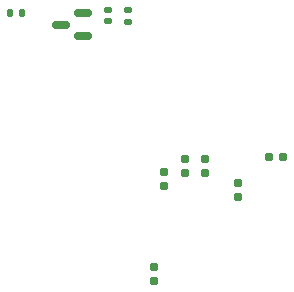
<source format=gbr>
%TF.GenerationSoftware,KiCad,Pcbnew,7.0.1*%
%TF.CreationDate,2023-03-30T15:17:14+02:00*%
%TF.ProjectId,BalancedSurroundOutBus,42616c61-6e63-4656-9453-7572726f756e,rev?*%
%TF.SameCoordinates,Original*%
%TF.FileFunction,Paste,Bot*%
%TF.FilePolarity,Positive*%
%FSLAX46Y46*%
G04 Gerber Fmt 4.6, Leading zero omitted, Abs format (unit mm)*
G04 Created by KiCad (PCBNEW 7.0.1) date 2023-03-30 15:17:14*
%MOMM*%
%LPD*%
G01*
G04 APERTURE LIST*
G04 Aperture macros list*
%AMRoundRect*
0 Rectangle with rounded corners*
0 $1 Rounding radius*
0 $2 $3 $4 $5 $6 $7 $8 $9 X,Y pos of 4 corners*
0 Add a 4 corners polygon primitive as box body*
4,1,4,$2,$3,$4,$5,$6,$7,$8,$9,$2,$3,0*
0 Add four circle primitives for the rounded corners*
1,1,$1+$1,$2,$3*
1,1,$1+$1,$4,$5*
1,1,$1+$1,$6,$7*
1,1,$1+$1,$8,$9*
0 Add four rect primitives between the rounded corners*
20,1,$1+$1,$2,$3,$4,$5,0*
20,1,$1+$1,$4,$5,$6,$7,0*
20,1,$1+$1,$6,$7,$8,$9,0*
20,1,$1+$1,$8,$9,$2,$3,0*%
G04 Aperture macros list end*
%ADD10RoundRect,0.160000X-0.160000X0.197500X-0.160000X-0.197500X0.160000X-0.197500X0.160000X0.197500X0*%
%ADD11RoundRect,0.150000X0.587500X0.150000X-0.587500X0.150000X-0.587500X-0.150000X0.587500X-0.150000X0*%
%ADD12RoundRect,0.135000X-0.185000X0.135000X-0.185000X-0.135000X0.185000X-0.135000X0.185000X0.135000X0*%
%ADD13RoundRect,0.135000X-0.135000X-0.185000X0.135000X-0.185000X0.135000X0.185000X-0.135000X0.185000X0*%
%ADD14RoundRect,0.140000X0.170000X-0.140000X0.170000X0.140000X-0.170000X0.140000X-0.170000X-0.140000X0*%
%ADD15RoundRect,0.160000X-0.197500X-0.160000X0.197500X-0.160000X0.197500X0.160000X-0.197500X0.160000X0*%
G04 APERTURE END LIST*
D10*
%TO.C,R4*%
X193250000Y-118402500D03*
X193250000Y-119597500D03*
%TD*%
%TO.C,R5*%
X190500000Y-116402500D03*
X190500000Y-117597500D03*
%TD*%
%TO.C,R2*%
X186200000Y-125502500D03*
X186200000Y-126697500D03*
%TD*%
D11*
%TO.C,Q1*%
X180187500Y-104050000D03*
X180187500Y-105950000D03*
X178312500Y-105000000D03*
%TD*%
D12*
%TO.C,R8*%
X184000000Y-103740000D03*
X184000000Y-104760000D03*
%TD*%
D10*
%TO.C,R3*%
X188750000Y-116402500D03*
X188750000Y-117597500D03*
%TD*%
%TO.C,R1*%
X187000000Y-117502500D03*
X187000000Y-118697500D03*
%TD*%
D13*
%TO.C,R7*%
X173990000Y-104000000D03*
X175010000Y-104000000D03*
%TD*%
D14*
%TO.C,C1*%
X182250000Y-104730000D03*
X182250000Y-103770000D03*
%TD*%
D15*
%TO.C,R6*%
X195902500Y-116250000D03*
X197097500Y-116250000D03*
%TD*%
M02*

</source>
